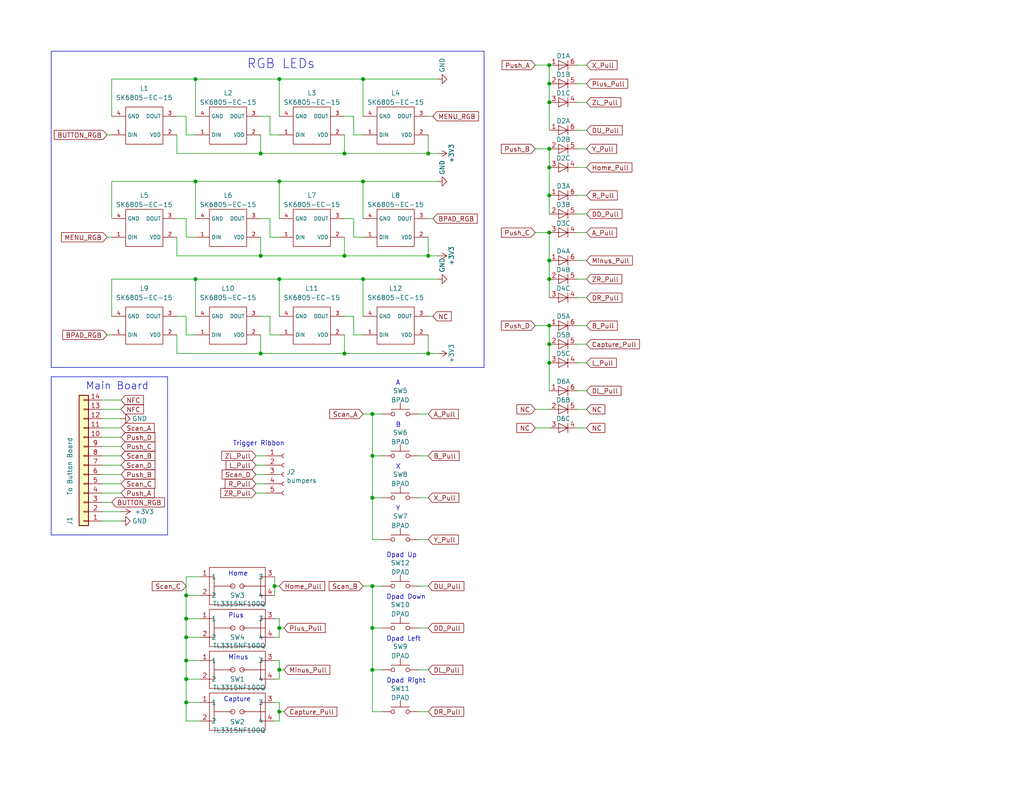
<source format=kicad_sch>
(kicad_sch (version 20230121) (generator eeschema)
  (paper "A")
  (title_block (title "ProGCC v3 Button Board") (date "2019-12-18") (rev "0.2") (company "HHL/Esca"))
  (lib_symbols
    (symbol "Connector:Conn_01x05_Female" (pin_names (offset 1.016) hide)
      (property "Reference" "J" (at 0 7.62 0))
      (property "Value" "Conn_01x05_Female" (at 0 -7.62 0))
      (symbol "Conn_01x05_Female_1_1"
        (arc (start 0 -4.572) (mid -0.5058 -5.08) (end 0 -5.588) (stroke (width 0.1524)))
        (arc (start 0 -2.032) (mid -0.5058 -2.54) (end 0 -3.048) (stroke (width 0.1524)))
        (polyline (pts (xy -1.27 -5.08) (xy -0.508 -5.08)) (stroke (width 0.1524)))
        (polyline (pts (xy -1.27 -2.54) (xy -0.508 -2.54)) (stroke (width 0.1524)))
        (polyline (pts (xy -1.27 0) (xy -0.508 0)) (stroke (width 0.1524)))
        (polyline (pts (xy -1.27 2.54) (xy -0.508 2.54)) (stroke (width 0.1524)))
        (polyline (pts (xy -1.27 5.08) (xy -0.508 5.08)) (stroke (width 0.1524)))
        (arc (start 0 0.508) (mid -0.5058 0) (end 0 -0.508) (stroke (width 0.1524)))
        (arc (start 0 3.048) (mid -0.5058 2.54) (end 0 2.032) (stroke (width 0.1524)))
        (arc (start 0 5.588) (mid -0.5058 5.08) (end 0 4.572) (stroke (width 0.1524)))
        (pin passive line (at -5.08 5.08 0) (length 3.81) (name "Pin_1") (number "1"))
        (pin passive line (at -5.08 2.54 0) (length 3.81) (name "Pin_2") (number "2"))
        (pin passive line (at -5.08 0 0) (length 3.81) (name "Pin_3") (number "3"))
        (pin passive line (at -5.08 -2.54 0) (length 3.81) (name "Pin_4") (number "4"))
        (pin passive line (at -5.08 -5.08 0) (length 3.81) (name "Pin_5") (number "5"))
      )
    )
    (symbol "Connector_Generic:Conn_01x14" (pin_names (offset 1.016) hide)
      (property "Reference" "J" (at 0 17.78 0))
      (property "Value" "Conn_01x14" (at 0 -20.32 0))
      (symbol "Conn_01x14_1_1"
        (rectangle (start -1.27 -17.653) (end 0 -17.907) (stroke (width 0.1524)))
        (rectangle (start -1.27 -15.113) (end 0 -15.367) (stroke (width 0.1524)))
        (rectangle (start -1.27 -12.573) (end 0 -12.827) (stroke (width 0.1524)))
        (rectangle (start -1.27 -10.033) (end 0 -10.287) (stroke (width 0.1524)))
        (rectangle (start -1.27 -7.493) (end 0 -7.747) (stroke (width 0.1524)))
        (rectangle (start -1.27 -4.953) (end 0 -5.207) (stroke (width 0.1524)))
        (rectangle (start -1.27 -2.413) (end 0 -2.667) (stroke (width 0.1524)))
        (rectangle (start -1.27 0.127) (end 0 -0.127) (stroke (width 0.1524)))
        (rectangle (start -1.27 2.667) (end 0 2.413) (stroke (width 0.1524)))
        (rectangle (start -1.27 5.207) (end 0 4.953) (stroke (width 0.1524)))
        (rectangle (start -1.27 7.747) (end 0 7.493) (stroke (width 0.1524)))
        (rectangle (start -1.27 10.287) (end 0 10.033) (stroke (width 0.1524)))
        (rectangle (start -1.27 12.827) (end 0 12.573) (stroke (width 0.1524)))
        (rectangle (start -1.27 15.367) (end 0 15.113) (stroke (width 0.1524)))
        (rectangle (start -1.27 16.51) (end 1.27 -19.05) (stroke (width 0.254)) (fill (type background)))
        (pin passive line (at -5.08 15.24 0) (length 3.81) (name "Pin_1") (number "1"))
        (pin passive line (at -5.08 -7.62 0) (length 3.81) (name "Pin_10") (number "10"))
        (pin passive line (at -5.08 -10.16 0) (length 3.81) (name "Pin_11") (number "11"))
        (pin passive line (at -5.08 -12.7 0) (length 3.81) (name "Pin_12") (number "12"))
        (pin passive line (at -5.08 -15.24 0) (length 3.81) (name "Pin_13") (number "13"))
        (pin passive line (at -5.08 -17.78 0) (length 3.81) (name "Pin_14") (number "14"))
        (pin passive line (at -5.08 12.7 0) (length 3.81) (name "Pin_2") (number "2"))
        (pin passive line (at -5.08 10.16 0) (length 3.81) (name "Pin_3") (number "3"))
        (pin passive line (at -5.08 7.62 0) (length 3.81) (name "Pin_4") (number "4"))
        (pin passive line (at -5.08 5.08 0) (length 3.81) (name "Pin_5") (number "5"))
        (pin passive line (at -5.08 2.54 0) (length 3.81) (name "Pin_6") (number "6"))
        (pin passive line (at -5.08 0 0) (length 3.81) (name "Pin_7") (number "7"))
        (pin passive line (at -5.08 -2.54 0) (length 3.81) (name "Pin_8") (number "8"))
        (pin passive line (at -5.08 -5.08 0) (length 3.81) (name "Pin_9") (number "9"))
      )
    )
    (symbol "Switch:SW_Push" (pin_numbers hide) (pin_names (offset 1.016) hide)
      (property "Reference" "SW" (at 1.27 2.54 0))
      (property "Value" "SW_Push" (at 0 -1.524 0))
      (symbol "SW_Push_0_1"
        (circle (center -2.032 0) (radius 0.508))
        (polyline (pts (xy 0 1.27) (xy 0 3.048)))
        (polyline (pts (xy 2.54 1.27) (xy -2.54 1.27)))
        (circle (center 2.032 0) (radius 0.508))
        (pin passive line (at -5.08 0 0) (length 2.54) (name "1") (number "1"))
        (pin passive line (at 5.08 0 180) (length 2.54) (name "2") (number "2"))
      )
    )
    (symbol "power:+3V3" (power) (pin_names (offset 0))
      (property "Value" "+3V3" (at 0 3.556 0))
      (symbol "+3V3_0_1"
        (polyline (pts (xy -0.762 1.27) (xy 0 2.54)))
        (polyline (pts (xy 0 0) (xy 0 2.54)))
        (polyline (pts (xy 0 2.54) (xy 0.762 1.27)))
      )
      (symbol "+3V3_1_1"
        (pin power_in line (at 0 0 90) (length 0) hide (name "+3V3") (number "1"))
      )
    )
    (symbol "power:GND" (power) (pin_names (offset 0))
      (property "Value" "GND" (at 0 -3.81 0))
      (symbol "GND_0_1"
        (polyline (pts (xy 0 0) (xy 0 -1.27) (xy 1.27 -1.27) (xy 0 -2.54) (xy -1.27 -1.27) (xy 0 -1.27)))
      )
      (symbol "GND_1_1"
        (pin power_in line (at 0 0 270) (length 0) hide (name "GND") (number "1"))
      )
    )
    (symbol "progcc_v3:BAS16VY,115" (pin_names (offset 1.016) hide)
      (property "Reference" "D" (at 0 -2.54 0))
      (symbol "BAS16VY,115_0_1"
        (polyline (pts (xy -1.27 -1.27) (xy -1.27 1.27)))
        (polyline (pts (xy -1.27 0) (xy 1.27 0)))
        (polyline (pts (xy 1.27 -1.27) (xy 1.27 1.27)) (stroke (width 0.1524)))
        (polyline (pts (xy -1.27 -1.27) (xy 1.27 0) (xy -1.27 1.27)))
      )
      (symbol "BAS16VY,115_1_1"
        (pin passive line (at -3.81 0 0) (length 2.54) (name "A") (number "1"))
        (pin passive line (at 3.81 0 180) (length 2.54) (name "K") (number "6"))
      )
      (symbol "BAS16VY,115_2_1"
        (pin passive line (at -3.81 0 0) (length 2.54) (name "A") (number "2"))
        (pin passive line (at 3.81 0 180) (length 2.54) (name "K") (number "5"))
      )
      (symbol "BAS16VY,115_3_1"
        (pin passive line (at -3.81 0 0) (length 2.54) (name "A") (number "3"))
        (pin passive line (at 3.81 0 180) (length 2.54) (name "K") (number "4"))
      )
    )
    (symbol "progcc_v3:PTS540JM035SMTRLFS"
      (property "Reference" "U" (at 0 -6.35 0))
      (property "Value" "PTS540JM035SMTRLFS" (at 0 6.35 0))
      (symbol "PTS540JM035SMTRLFS_0_1"
        (rectangle (start -7.62 5.08) (end 7.62 -5.08))
        (circle (center -1.27 0) (radius 0.6087))
        (polyline (pts (xy -6.35 0) (xy -1.27 0)))
        (polyline (pts (xy 1.27 0) (xy 7.62 0)))
        (polyline (pts (xy -7.62 2.54) (xy -6.35 2.54) (xy -6.35 0) (xy -6.35 -2.54) (xy -7.62 -2.54)))
        (polyline (pts (xy 7.62 2.54) (xy 6.35 2.54) (xy 6.35 0) (xy 6.35 -2.54) (xy 7.62 -2.54)))
        (circle (center 1.27 0) (radius 0.6087))
      )
      (symbol "PTS540JM035SMTRLFS_1_1"
        (pin input line (at -10.16 2.54 0) (length 2.54) (name "1") (number "1"))
        (pin input line (at -10.16 -2.54 0) (length 2.54) (name "2") (number "2"))
        (pin input line (at 10.16 2.54 180) (length 2.54) (name "3") (number "3"))
        (pin input line (at 10.16 -2.54 180) (length 2.54) (name "4") (number "4"))
      )
    )
    (symbol "progcc_v3:SK6805-EC-15"
      (property "Reference" "L" (at 0 -7.62 0))
      (property "Value" "SK6805-EC-15" (at 0 -10.16 0))
      (symbol "SK6805-EC-15_0_0"
        (pin input line (at -8.89 -2.54 0) (length 3.81) (name "DIN") (number "1"))
        (pin power_in line (at 8.89 -2.54 180) (length 3.81) (name "VDD") (number "2"))
        (pin output line (at 8.89 2.54 180) (length 3.81) (name "DOUT") (number "3"))
        (pin power_in line (at -8.89 2.54 0) (length 3.81) (name "GND") (number "4"))
      )
      (symbol "SK6805-EC-15_0_1"
        (polyline (pts (xy -5.08 2.54) (xy -5.08 5.08) (xy 5.08 5.08) (xy 5.08 -5.08) (xy -5.08 -5.08) (xy -5.08 2.54)))
      )
    )
  )
  (junction (at 116.84 96.52))
  (junction (at 50.8 173.99))
  (junction (at 149.86 53.34))
  (junction (at 76.2 76.2))
  (junction (at 99.06 76.2))
  (junction (at 93.98 69.85))
  (junction (at 50.8 191.77))
  (junction (at 71.12 41.91))
  (junction (at 116.84 69.85))
  (junction (at 50.8 168.91))
  (junction (at 101.6 135.89))
  (junction (at 50.8 180.34))
  (junction (at 149.86 27.94))
  (junction (at 149.86 22.86))
  (junction (at 149.86 40.64))
  (junction (at 149.86 63.5))
  (junction (at 76.2 182.88))
  (junction (at 53.34 21.59))
  (junction (at 99.06 21.59))
  (junction (at 50.8 185.42))
  (junction (at 101.6 160.02))
  (junction (at 76.2 171.45))
  (junction (at 53.34 49.53))
  (junction (at 101.6 171.45))
  (junction (at 99.06 49.53))
  (junction (at 50.8 162.56))
  (junction (at 76.2 49.53))
  (junction (at 116.84 41.91))
  (junction (at 93.98 96.52))
  (junction (at 149.86 76.2))
  (junction (at 101.6 124.46))
  (junction (at 101.6 113.03))
  (junction (at 74.93 160.02))
  (junction (at 53.34 76.2))
  (junction (at 93.98 41.91))
  (junction (at 149.86 93.98))
  (junction (at 149.86 17.78))
  (junction (at 149.86 45.72))
  (junction (at 71.12 69.85))
  (junction (at 149.86 71.12))
  (junction (at 101.6 182.88))
  (junction (at 76.2 194.31))
  (junction (at 149.86 99.06))
  (junction (at 76.2 21.59))
  (junction (at 149.86 88.9))
  (junction (at 71.12 96.52))
  (wire (pts (xy 99.06 21.59) (xy 119.38 21.59)))
  (wire (pts (xy 157.48 53.34) (xy 160.02 53.34)))
  (wire (pts (xy 29.21 64.77) (xy 30.48 64.77)))
  (wire (pts (xy 74.93 196.85) (xy 76.2 196.85)))
  (wire (pts (xy 69.85 132.08) (xy 72.39 132.08)))
  (wire (pts (xy 50.8 196.85) (xy 50.8 191.77)))
  (wire (pts (xy 50.8 64.77) (xy 53.34 64.77)))
  (wire (pts (xy 116.84 96.52) (xy 93.98 96.52)))
  (wire (pts (xy 101.6 160.02) (xy 104.14 160.02)))
  (wire (pts (xy 157.48 40.64) (xy 160.02 40.64)))
  (wire (pts (xy 149.86 27.94) (xy 149.86 22.86)))
  (wire (pts (xy 30.48 59.69) (xy 30.48 49.53)))
  (wire (pts (xy 114.3 194.31) (xy 116.84 194.31)))
  (wire (pts (xy 93.98 69.85) (xy 93.98 64.77)))
  (wire (pts (xy 101.6 194.31) (xy 101.6 182.88)))
  (wire (pts (xy 114.3 182.88) (xy 116.84 182.88)))
  (wire (pts (xy 149.86 22.86) (xy 149.86 17.78)))
  (wire (pts (xy 71.12 96.52) (xy 48.26 96.52)))
  (wire (pts (xy 29.21 36.83) (xy 30.48 36.83)))
  (wire (pts (xy 93.98 41.91) (xy 71.12 41.91)))
  (wire (pts (xy 93.98 86.36) (xy 96.52 86.36)))
  (wire (pts (xy 76.2 21.59) (xy 76.2 31.75)))
  (wire (pts (xy 104.14 182.88) (xy 101.6 182.88)))
  (wire (pts (xy 157.48 45.72) (xy 160.02 45.72)))
  (wire (pts (xy 48.26 86.36) (xy 50.8 86.36)))
  (polyline (pts (xy 45.72 102.87) (xy 45.72 146.05)))
  (wire (pts (xy 99.06 113.03) (xy 101.6 113.03)))
  (wire (pts (xy 114.3 135.89) (xy 116.84 135.89)))
  (wire (pts (xy 50.8 31.75) (xy 50.8 36.83)))
  (wire (pts (xy 114.3 171.45) (xy 116.84 171.45)))
  (wire (pts (xy 116.84 59.69) (xy 118.11 59.69)))
  (wire (pts (xy 33.02 129.54) (xy 27.94 129.54)))
  (wire (pts (xy 149.86 63.5) (xy 146.05 63.5)))
  (wire (pts (xy 50.8 86.36) (xy 50.8 91.44)))
  (wire (pts (xy 114.3 113.03) (xy 116.84 113.03)))
  (wire (pts (xy 157.48 63.5) (xy 160.02 63.5)))
  (wire (pts (xy 71.12 86.36) (xy 73.66 86.36)))
  (wire (pts (xy 96.52 59.69) (xy 96.52 64.77)))
  (wire (pts (xy 157.48 76.2) (xy 160.02 76.2)))
  (wire (pts (xy 50.8 59.69) (xy 50.8 64.77)))
  (wire (pts (xy 54.61 185.42) (xy 50.8 185.42)))
  (wire (pts (xy 149.86 76.2) (xy 149.86 71.12)))
  (wire (pts (xy 157.48 27.94) (xy 160.02 27.94)))
  (wire (pts (xy 146.05 111.76) (xy 149.86 111.76)))
  (wire (pts (xy 101.6 113.03) (xy 104.14 113.03)))
  (wire (pts (xy 71.12 69.85) (xy 48.26 69.85)))
  (wire (pts (xy 33.02 119.38) (xy 27.94 119.38)))
  (wire (pts (xy 116.84 86.36) (xy 118.11 86.36)))
  (wire (pts (xy 30.48 137.16) (xy 27.94 137.16)))
  (wire (pts (xy 149.86 35.56) (xy 149.86 27.94)))
  (wire (pts (xy 69.85 129.54) (xy 72.39 129.54)))
  (wire (pts (xy 76.2 196.85) (xy 76.2 194.31)))
  (wire (pts (xy 50.8 173.99) (xy 50.8 168.91)))
  (wire (pts (xy 93.98 59.69) (xy 96.52 59.69)))
  (wire (pts (xy 157.48 106.68) (xy 160.02 106.68)))
  (wire (pts (xy 93.98 41.91) (xy 93.98 36.83)))
  (wire (pts (xy 54.61 173.99) (xy 50.8 173.99)))
  (wire (pts (xy 157.48 22.86) (xy 160.02 22.86)))
  (wire (pts (xy 101.6 124.46) (xy 101.6 113.03)))
  (wire (pts (xy 101.6 182.88) (xy 101.6 171.45)))
  (wire (pts (xy 157.48 71.12) (xy 160.02 71.12)))
  (wire (pts (xy 30.48 86.36) (xy 30.48 76.2)))
  (wire (pts (xy 50.8 168.91) (xy 50.8 162.56)))
  (wire (pts (xy 104.14 171.45) (xy 101.6 171.45)))
  (wire (pts (xy 74.93 185.42) (xy 76.2 185.42)))
  (wire (pts (xy 74.93 160.02) (xy 74.93 157.48)))
  (wire (pts (xy 146.05 88.9) (xy 149.86 88.9)))
  (wire (pts (xy 71.12 69.85) (xy 71.12 64.77)))
  (wire (pts (xy 48.26 69.85) (xy 48.26 64.77)))
  (wire (pts (xy 99.06 76.2) (xy 119.38 76.2)))
  (wire (pts (xy 74.93 191.77) (xy 76.2 191.77)))
  (wire (pts (xy 157.48 81.28) (xy 160.02 81.28)))
  (wire (pts (xy 53.34 49.53) (xy 53.34 59.69)))
  (wire (pts (xy 71.12 31.75) (xy 73.66 31.75)))
  (wire (pts (xy 76.2 182.88) (xy 77.47 182.88)))
  (wire (pts (xy 71.12 41.91) (xy 71.12 36.83)))
  (wire (pts (xy 54.61 168.91) (xy 50.8 168.91)))
  (wire (pts (xy 53.34 76.2) (xy 76.2 76.2)))
  (wire (pts (xy 96.52 36.83) (xy 99.06 36.83)))
  (polyline (pts (xy 13.97 13.97) (xy 13.97 100.33)))
  (wire (pts (xy 30.48 49.53) (xy 53.34 49.53)))
  (wire (pts (xy 73.66 31.75) (xy 73.66 36.83)))
  (wire (pts (xy 50.8 36.83) (xy 53.34 36.83)))
  (polyline (pts (xy 132.08 13.97) (xy 132.08 100.33)))
  (wire (pts (xy 99.06 21.59) (xy 99.06 31.75)))
  (wire (pts (xy 96.52 91.44) (xy 99.06 91.44)))
  (wire (pts (xy 71.12 96.52) (xy 71.12 91.44)))
  (wire (pts (xy 101.6 147.32) (xy 101.6 135.89)))
  (wire (pts (xy 76.2 76.2) (xy 76.2 86.36)))
  (wire (pts (xy 54.61 180.34) (xy 50.8 180.34)))
  (wire (pts (xy 149.86 99.06) (xy 149.86 106.68)))
  (wire (pts (xy 149.86 40.64) (xy 146.05 40.64)))
  (wire (pts (xy 30.48 31.75) (xy 30.48 21.59)))
  (wire (pts (xy 99.06 160.02) (xy 101.6 160.02)))
  (wire (pts (xy 157.48 99.06) (xy 160.02 99.06)))
  (wire (pts (xy 101.6 171.45) (xy 101.6 160.02)))
  (wire (pts (xy 157.48 93.98) (xy 160.02 93.98)))
  (wire (pts (xy 53.34 21.59) (xy 53.34 31.75)))
  (wire (pts (xy 30.48 76.2) (xy 53.34 76.2)))
  (wire (pts (xy 104.14 194.31) (xy 101.6 194.31)))
  (wire (pts (xy 157.48 35.56) (xy 160.02 35.56)))
  (wire (pts (xy 69.85 134.62) (xy 72.39 134.62)))
  (wire (pts (xy 116.84 69.85) (xy 116.84 64.77)))
  (wire (pts (xy 71.12 59.69) (xy 73.66 59.69)))
  (wire (pts (xy 53.34 49.53) (xy 76.2 49.53)))
  (wire (pts (xy 27.94 142.24) (xy 33.02 142.24)))
  (wire (pts (xy 119.38 96.52) (xy 116.84 96.52)))
  (wire (pts (xy 76.2 171.45) (xy 77.47 171.45)))
  (wire (pts (xy 33.02 114.3) (xy 27.94 114.3)))
  (polyline (pts (xy 45.72 146.05) (xy 13.97 146.05)))
  (wire (pts (xy 76.2 173.99) (xy 76.2 171.45)))
  (wire (pts (xy 116.84 96.52) (xy 116.84 91.44)))
  (wire (pts (xy 93.98 96.52) (xy 93.98 91.44)))
  (wire (pts (xy 76.2 191.77) (xy 76.2 194.31)))
  (wire (pts (xy 116.84 41.91) (xy 116.84 36.83)))
  (wire (pts (xy 149.86 53.34) (xy 149.86 45.72)))
  (wire (pts (xy 50.8 157.48) (xy 50.8 162.56)))
  (wire (pts (xy 50.8 91.44) (xy 53.34 91.44)))
  (wire (pts (xy 69.85 127) (xy 72.39 127)))
  (wire (pts (xy 99.06 76.2) (xy 99.06 86.36)))
  (wire (pts (xy 74.93 168.91) (xy 76.2 168.91)))
  (wire (pts (xy 119.38 41.91) (xy 116.84 41.91)))
  (wire (pts (xy 149.86 58.42) (xy 149.86 53.34)))
  (wire (pts (xy 96.52 64.77) (xy 99.06 64.77)))
  (wire (pts (xy 93.98 96.52) (xy 71.12 96.52)))
  (wire (pts (xy 73.66 64.77) (xy 76.2 64.77)))
  (wire (pts (xy 54.61 157.48) (xy 50.8 157.48)))
  (wire (pts (xy 54.61 196.85) (xy 50.8 196.85)))
  (wire (pts (xy 73.66 59.69) (xy 73.66 64.77)))
  (wire (pts (xy 114.3 147.32) (xy 116.84 147.32)))
  (wire (pts (xy 96.52 31.75) (xy 96.52 36.83)))
  (wire (pts (xy 74.93 173.99) (xy 76.2 173.99)))
  (wire (pts (xy 149.86 88.9) (xy 149.86 93.98)))
  (wire (pts (xy 101.6 124.46) (xy 104.14 124.46)))
  (wire (pts (xy 99.06 49.53) (xy 119.38 49.53)))
  (wire (pts (xy 157.48 88.9) (xy 160.02 88.9)))
  (wire (pts (xy 27.94 139.7) (xy 33.02 139.7)))
  (wire (pts (xy 50.8 185.42) (xy 50.8 180.34)))
  (wire (pts (xy 76.2 185.42) (xy 76.2 182.88)))
  (polyline (pts (xy 13.97 13.97) (xy 132.08 13.97)))
  (wire (pts (xy 33.02 127) (xy 27.94 127)))
  (wire (pts (xy 101.6 135.89) (xy 101.6 124.46)))
  (wire (pts (xy 50.8 191.77) (xy 50.8 185.42)))
  (wire (pts (xy 116.84 69.85) (xy 93.98 69.85)))
  (wire (pts (xy 53.34 21.59) (xy 76.2 21.59)))
  (wire (pts (xy 48.26 41.91) (xy 48.26 36.83)))
  (wire (pts (xy 149.86 45.72) (xy 149.86 40.64)))
  (wire (pts (xy 54.61 191.77) (xy 50.8 191.77)))
  (wire (pts (xy 157.48 17.78) (xy 160.02 17.78)))
  (polyline (pts (xy 13.97 102.87) (xy 13.97 146.05)))
  (wire (pts (xy 33.02 132.08) (xy 27.94 132.08)))
  (wire (pts (xy 53.34 76.2) (xy 53.34 86.36)))
  (wire (pts (xy 157.48 111.76) (xy 160.02 111.76)))
  (wire (pts (xy 116.84 41.91) (xy 93.98 41.91)))
  (wire (pts (xy 99.06 49.53) (xy 99.06 59.69)))
  (wire (pts (xy 30.48 21.59) (xy 53.34 21.59)))
  (wire (pts (xy 96.52 86.36) (xy 96.52 91.44)))
  (wire (pts (xy 74.93 160.02) (xy 74.93 162.56)))
  (wire (pts (xy 33.02 109.22) (xy 27.94 109.22)))
  (wire (pts (xy 116.84 31.75) (xy 118.11 31.75)))
  (wire (pts (xy 93.98 69.85) (xy 71.12 69.85)))
  (wire (pts (xy 149.86 93.98) (xy 149.86 99.06)))
  (wire (pts (xy 101.6 135.89) (xy 104.14 135.89)))
  (wire (pts (xy 76.2 194.31) (xy 77.47 194.31)))
  (wire (pts (xy 149.86 17.78) (xy 146.05 17.78)))
  (wire (pts (xy 73.66 91.44) (xy 76.2 91.44)))
  (polyline (pts (xy 132.08 100.33) (xy 13.97 100.33)))
  (wire (pts (xy 146.05 116.84) (xy 149.86 116.84)))
  (wire (pts (xy 54.61 162.56) (xy 50.8 162.56)))
  (wire (pts (xy 50.8 180.34) (xy 50.8 173.99)))
  (wire (pts (xy 48.26 96.52) (xy 48.26 91.44)))
  (wire (pts (xy 157.48 116.84) (xy 160.02 116.84)))
  (wire (pts (xy 73.66 36.83) (xy 76.2 36.83)))
  (wire (pts (xy 149.86 81.28) (xy 149.86 76.2)))
  (wire (pts (xy 33.02 116.84) (xy 27.94 116.84)))
  (wire (pts (xy 29.21 91.44) (xy 30.48 91.44)))
  (wire (pts (xy 48.26 31.75) (xy 50.8 31.75)))
  (wire (pts (xy 157.48 58.42) (xy 160.02 58.42)))
  (wire (pts (xy 74.93 180.34) (xy 76.2 180.34)))
  (wire (pts (xy 114.3 124.46) (xy 116.84 124.46)))
  (wire (pts (xy 48.26 59.69) (xy 50.8 59.69)))
  (wire (pts (xy 69.85 124.46) (xy 72.39 124.46)))
  (polyline (pts (xy 13.97 102.87) (xy 45.72 102.87)))
  (wire (pts (xy 149.86 71.12) (xy 149.86 63.5)))
  (wire (pts (xy 76.2 168.91) (xy 76.2 171.45)))
  (wire (pts (xy 73.66 86.36) (xy 73.66 91.44)))
  (wire (pts (xy 71.12 41.91) (xy 48.26 41.91)))
  (wire (pts (xy 76.2 76.2) (xy 99.06 76.2)))
  (wire (pts (xy 76.2 49.53) (xy 99.06 49.53)))
  (wire (pts (xy 104.14 147.32) (xy 101.6 147.32)))
  (wire (pts (xy 76.2 21.59) (xy 99.06 21.59)))
  (wire (pts (xy 76.2 180.34) (xy 76.2 182.88)))
  (wire (pts (xy 114.3 160.02) (xy 116.84 160.02)))
  (wire (pts (xy 93.98 31.75) (xy 96.52 31.75)))
  (wire (pts (xy 33.02 124.46) (xy 27.94 124.46)))
  (wire (pts (xy 33.02 121.92) (xy 27.94 121.92)))
  (wire (pts (xy 119.38 69.85) (xy 116.84 69.85)))
  (wire (pts (xy 33.02 134.62) (xy 27.94 134.62)))
  (wire (pts (xy 76.2 160.02) (xy 74.93 160.02)))
  (wire (pts (xy 33.02 111.76) (xy 27.94 111.76)))
  (wire (pts (xy 76.2 49.53) (xy 76.2 59.69)))
  (text "Plus" (at 62.23 168.91 0) (effects (font (size 1.27 1.27)) (justify left bottom)))
  (text "Capture" (at 60.96 191.77 0) (effects (font (size 1.27 1.27)) (justify left bottom)))
  (text "X" (at 107.95 128.27 0) (effects (font (size 1.27 1.27)) (justify left bottom)))
  (text "Dpad Right" (at 105.41 186.69 0) (effects (font (size 1.27 1.27)) (justify left bottom)))
  (text "Main Board\n" (at 40.64 106.68 0) (effects (font (size 2.0066 2.0066)) (justify right bottom)))
  (text "Dpad Up" (at 105.41 152.4 0) (effects (font (size 1.27 1.27)) (justify left bottom)))
  (text "B" (at 107.95 116.84 0) (effects (font (size 1.27 1.27)) (justify left bottom)))
  (text "Dpad Down" (at 105.41 163.83 0) (effects (font (size 1.27 1.27)) (justify left bottom)))
  (text "Trigger Ribbon" (at 63.5 121.92 0) (effects (font (size 1.27 1.27)) (justify left bottom)))
  (text "Y" (at 107.95 139.7 0) (effects (font (size 1.27 1.27)) (justify left bottom)))
  (text "Dpad Left" (at 105.41 175.26 0) (effects (font (size 1.27 1.27)) (justify left bottom)))
  (text "Home" (at 62.23 157.48 0) (effects (font (size 1.27 1.27)) (justify left bottom)))
  (text "A" (at 107.95 105.41 0) (effects (font (size 1.27 1.27)) (justify left bottom)))
  (text "Minus" (at 62.23 180.34 0) (effects (font (size 1.27 1.27)) (justify left bottom)))
  (text "RGB LEDs" (at 67.31 19.05 0) (effects (font (size 2.54 2.54)) (justify left bottom)))
  (global_label "Scan_A" (shape input) (at 99.06 113.03 180) (property "Intersheetrefs" "${INTERSHEET_REFS}" (effects hide)))
  (global_label "X_Pull" (shape input) (at 116.84 135.89 0) (property "Intersheetrefs" "${INTERSHEET_REFS}" (effects hide)))
  (global_label "B_Pull" (shape input) (at 116.84 124.46 0) (property "Intersheetrefs" "${INTERSHEET_REFS}" (effects hide)))
  (global_label "Y_Pull" (shape input) (at 160.02 40.64 0) (property "Intersheetrefs" "${INTERSHEET_REFS}" (effects hide)))
  (global_label "Plus_Pull" (shape input) (at 160.02 22.86 0) (property "Intersheetrefs" "${INTERSHEET_REFS}" (effects hide)))
  (global_label "Minus_Pull" (shape input) (at 160.02 71.12 0) (property "Intersheetrefs" "${INTERSHEET_REFS}" (effects hide)))
  (global_label "NFC" (shape input) (at 33.02 109.22 0) (property "Intersheetrefs" "${INTERSHEET_REFS}" (effects hide)))
  (global_label "NC" (shape input) (at 160.02 116.84 0) (property "Intersheetrefs" "${INTERSHEET_REFS}" (effects hide)))
  (global_label "Push_D" (shape input) (at 146.05 88.9 180) (property "Intersheetrefs" "${INTERSHEET_REFS}" (effects hide)))
  (global_label "ZR_Pull" (shape input) (at 69.85 134.62 180) (property "Intersheetrefs" "${INTERSHEET_REFS}" (effects hide)))
  (global_label "Scan_D" (shape input) (at 33.02 127 0) (property "Intersheetrefs" "${INTERSHEET_REFS}" (effects hide)))
  (global_label "NFC" (shape input) (at 33.02 111.76 0) (property "Intersheetrefs" "${INTERSHEET_REFS}" (effects hide)))
  (global_label "BPAD_RGB" (shape input) (at 29.21 91.44 180) (property "Intersheetrefs" "${INTERSHEET_REFS}" (effects hide)))
  (global_label "MENU_RGB" (shape input) (at 118.11 31.75 0) (property "Intersheetrefs" "${INTERSHEET_REFS}" (effects hide)))
  (global_label "Home_Pull" (shape input) (at 76.2 160.02 0) (property "Intersheetrefs" "${INTERSHEET_REFS}" (effects hide)))
  (global_label "DD_Pull" (shape input) (at 116.84 171.45 0) (property "Intersheetrefs" "${INTERSHEET_REFS}" (effects hide)))
  (global_label "A_Pull" (shape input) (at 160.02 63.5 0) (property "Intersheetrefs" "${INTERSHEET_REFS}" (effects hide)))
  (global_label "DL_Pull" (shape input) (at 116.84 182.88 0) (property "Intersheetrefs" "${INTERSHEET_REFS}" (effects hide)))
  (global_label "B_Pull" (shape input) (at 160.02 88.9 0) (property "Intersheetrefs" "${INTERSHEET_REFS}" (effects hide)))
  (global_label "R_Pull" (shape input) (at 69.85 132.08 180) (property "Intersheetrefs" "${INTERSHEET_REFS}" (effects hide)))
  (global_label "Home_Pull" (shape input) (at 160.02 45.72 0) (property "Intersheetrefs" "${INTERSHEET_REFS}" (effects hide)))
  (global_label "DU_Pull" (shape input) (at 116.84 160.02 0) (property "Intersheetrefs" "${INTERSHEET_REFS}" (effects hide)))
  (global_label "Push_C" (shape input) (at 146.05 63.5 180) (property "Intersheetrefs" "${INTERSHEET_REFS}" (effects hide)))
  (global_label "Push_B" (shape input) (at 33.02 129.54 0) (property "Intersheetrefs" "${INTERSHEET_REFS}" (effects hide)))
  (global_label "Plus_Pull" (shape input) (at 77.47 171.45 0) (property "Intersheetrefs" "${INTERSHEET_REFS}" (effects hide)))
  (global_label "ZR_Pull" (shape input) (at 160.02 76.2 0) (property "Intersheetrefs" "${INTERSHEET_REFS}" (effects hide)))
  (global_label "L_Pull" (shape input) (at 160.02 99.06 0) (property "Intersheetrefs" "${INTERSHEET_REFS}" (effects hide)))
  (global_label "DD_Pull" (shape input) (at 160.02 58.42 0) (property "Intersheetrefs" "${INTERSHEET_REFS}" (effects hide)))
  (global_label "NC" (shape input) (at 118.11 86.36 0) (property "Intersheetrefs" "${INTERSHEET_REFS}" (effects hide)))
  (global_label "DR_Pull" (shape input) (at 116.84 194.31 0) (property "Intersheetrefs" "${INTERSHEET_REFS}" (effects hide)))
  (global_label "Scan_C" (shape input) (at 50.8 160.02 180) (property "Intersheetrefs" "${INTERSHEET_REFS}" (effects hide)))
  (global_label "ZL_Pull" (shape input) (at 69.85 124.46 180) (property "Intersheetrefs" "${INTERSHEET_REFS}" (effects hide)))
  (global_label "Scan_D" (shape input) (at 69.85 129.54 180) (property "Intersheetrefs" "${INTERSHEET_REFS}" (effects hide)))
  (global_label "R_Pull" (shape input) (at 160.02 53.34 0) (property "Intersheetrefs" "${INTERSHEET_REFS}" (effects hide)))
  (global_label "A_Pull" (shape input) (at 116.84 113.03 0) (property "Intersheetrefs" "${INTERSHEET_REFS}" (effects hide)))
  (global_label "NC" (shape input) (at 146.05 116.84 180) (property "Intersheetrefs" "${INTERSHEET_REFS}" (effects hide)))
  (global_label "BUTTON_RGB" (shape input) (at 30.48 137.16 0) (property "Intersheetrefs" "${INTERSHEET_REFS}" (effects hide)))
  (global_label "DU_Pull" (shape input) (at 160.02 35.56 0) (property "Intersheetrefs" "${INTERSHEET_REFS}" (effects hide)))
  (global_label "Capture_Pull" (shape input) (at 160.02 93.98 0) (property "Intersheetrefs" "${INTERSHEET_REFS}" (effects hide)))
  (global_label "ZL_Pull" (shape input) (at 160.02 27.94 0) (property "Intersheetrefs" "${INTERSHEET_REFS}" (effects hide)))
  (global_label "Capture_Pull" (shape input) (at 77.47 194.31 0) (property "Intersheetrefs" "${INTERSHEET_REFS}" (effects hide)))
  (global_label "Minus_Pull" (shape input) (at 77.47 182.88 0) (property "Intersheetrefs" "${INTERSHEET_REFS}" (effects hide)))
  (global_label "L_Pull" (shape input) (at 69.85 127 180) (property "Intersheetrefs" "${INTERSHEET_REFS}" (effects hide)))
  (global_label "Push_A" (shape input) (at 33.02 134.62 0) (property "Intersheetrefs" "${INTERSHEET_REFS}" (effects hide)))
  (global_label "DR_Pull" (shape input) (at 160.02 81.28 0) (property "Intersheetrefs" "${INTERSHEET_REFS}" (effects hide)))
  (global_label "BPAD_RGB" (shape input) (at 118.11 59.69 0) (property "Intersheetrefs" "${INTERSHEET_REFS}" (effects hide)))
  (global_label "Y_Pull" (shape input) (at 116.84 147.32 0) (property "Intersheetrefs" "${INTERSHEET_REFS}" (effects hide)))
  (global_label "Scan_B" (shape input) (at 33.02 124.46 0) (property "Intersheetrefs" "${INTERSHEET_REFS}" (effects hide)))
  (global_label "Scan_C" (shape input) (at 33.02 132.08 0) (property "Intersheetrefs" "${INTERSHEET_REFS}" (effects hide)))
  (global_label "X_Pull" (shape input) (at 160.02 17.78 0) (property "Intersheetrefs" "${INTERSHEET_REFS}" (effects hide)))
  (global_label "Scan_B" (shape input) (at 99.06 160.02 180) (property "Intersheetrefs" "${INTERSHEET_REFS}" (effects hide)))
  (global_label "Push_A" (shape input) (at 146.05 17.78 180) (property "Intersheetrefs" "${INTERSHEET_REFS}" (effects hide)))
  (global_label "Push_D" (shape input) (at 33.02 119.38 0) (property "Intersheetrefs" "${INTERSHEET_REFS}" (effects hide)))
  (global_label "MENU_RGB" (shape input) (at 29.21 64.77 180) (property "Intersheetrefs" "${INTERSHEET_REFS}" (effects hide)))
  (global_label "DL_Pull" (shape input) (at 160.02 106.68 0) (property "Intersheetrefs" "${INTERSHEET_REFS}" (effects hide)))
  (global_label "NC" (shape input) (at 160.02 111.76 0) (property "Intersheetrefs" "${INTERSHEET_REFS}" (effects hide)))
  (global_label "NC" (shape input) (at 146.05 111.76 180) (property "Intersheetrefs" "${INTERSHEET_REFS}" (effects hide)))
  (global_label "Push_B" (shape input) (at 146.05 40.64 180) (property "Intersheetrefs" "${INTERSHEET_REFS}" (effects hide)))
  (global_label "BUTTON_RGB" (shape input) (at 29.21 36.83 180) (property "Intersheetrefs" "${INTERSHEET_REFS}" (effects hide)))
  (global_label "Push_C" (shape input) (at 33.02 121.92 0) (property "Intersheetrefs" "${INTERSHEET_REFS}" (effects hide)))
  (global_label "Scan_A" (shape input) (at 33.02 116.84 0) (property "Intersheetrefs" "${INTERSHEET_REFS}" (effects hide)))
  (symbol (lib_id "progcc_v3:PTS540JM035SMTRLFS") (at 64.77 171.45 0) (unit 1)
    (property "Reference" "SW4" (at 64.77 173.99 0))
    (property "Value" " TL3315NF100Q" (at 64.77 176.3014 0))
    (property "Footprint" "hhl:PTS540JM035SMTRLFS" (effects hide))
    (property "Datasheet" "https://www.ckswitches.com/media/1470/pts540.pdf" (effects hide))
    (property "Digikey" "https://www.digikey.com/product-detail/en/e-switch/TL3315NF100Q/EG4620CT-ND/1870400" (effects hide))
    (property "MPN" "PTS540JM035SMTRLFS" (effects hide))
  )
  (symbol (lib_id "progcc_v3:PTS540JM035SMTRLFS") (at 64.77 194.31 0) (unit 1)
    (property "Reference" "SW2" (at 64.77 197.0786 0))
    (property "Value" " TL3315NF100Q" (at 64.77 199.39 0))
    (property "Footprint" "hhl:PTS540JM035SMTRLFS" (effects hide))
    (property "Datasheet" "https://www.ckswitches.com/media/1470/pts540.pdf" (effects hide))
    (property "Digikey" "https://www.digikey.com/product-detail/en/e-switch/TL3315NF100Q/EG4620CT-ND/1870400" (effects hide))
    (property "MPN" "PTS540JM035SMTRLFS" (effects hide))
  )
  (symbol (lib_id "progcc_v3:SK6805-EC-15") (at 39.37 88.9 0) (unit 1)
    (property "Reference" "L9" (at 39.37 78.74 0))
    (property "Value" "SK6805-EC-15" (at 39.37 81.28 0))
    (property "Footprint" "hhl:SK6805-EC-15" (effects hide))
    (property "Datasheet" "${KIPRJMOD}/../progcc_v3_libs/docs/SK6805-EC-15.pdf" (effects hide))
  )
  (symbol (lib_id "power:GND") (at 33.02 142.24 90) (unit 1)
    (property "Reference" "#PWR03" (effects hide))
    (property "Value" "GND" (at 38.1 142.24 90))
  )
  (symbol (lib_id "Connector:Conn_01x05_Female") (at 77.47 129.54 0) (unit 1)
    (property "Reference" "J2" (at 78.1812 128.8796 0) (effects (justify left)))
    (property "Value" "bumpers" (at 78.1812 131.191 0) (effects (justify left)))
    (property "Footprint" "progcc_v3:molex_5034800540" (effects hide))
    (property "Digikey" "https://www.digikey.com/product-detail/en/molex/5051100592/WM12361TR-ND/5700453" (effects hide))
    (property "MPN" "molex_5034800540" (effects hide))
  )
  (symbol (lib_id "progcc_v3:BAS16VY,115") (at 153.67 111.76 0) (unit 2)
    (property "Reference" "D6" (at 153.7081 109.22 0))
    (property "Value" "BAS16VY,115" (effects hide))
    (property "Footprint" "Package_TO_SOT_SMD:SOT-363_SC-70-6" (effects hide))
    (property "Datasheet" "${KIPRJMOD}/../progcc_v3_libs/docs/BAS16_SER.pdf" (effects hide))
  )
  (symbol (lib_id "progcc_v3:BAS16VY,115") (at 153.67 106.68 0) (unit 1)
    (property "Reference" "D6" (at 153.7081 104.14 0))
    (property "Value" "BAS16VY,115" (effects hide))
    (property "Footprint" "Package_TO_SOT_SMD:SOT-363_SC-70-6" (effects hide))
    (property "Datasheet" "${KIPRJMOD}/../progcc_v3_libs/docs/BAS16_SER.pdf" (effects hide))
  )
  (symbol (lib_id "progcc_v3:BAS16VY,115") (at 153.67 27.94 0) (unit 3)
    (property "Reference" "D1" (at 153.7081 25.4 0))
    (property "Value" "BAS16VY,115" (effects hide))
    (property "Footprint" "Package_TO_SOT_SMD:SOT-363_SC-70-6" (effects hide))
    (property "Datasheet" "${KIPRJMOD}/../progcc_v3_libs/docs/BAS16_SER.pdf" (effects hide))
  )
  (symbol (lib_id "power:+3V3") (at 119.38 69.85 270) (unit 1)
    (property "Reference" "#PWR08" (effects hide))
    (property "Value" "+3V3" (at 123.19 69.85 0))
  )
  (symbol (lib_id "progcc_v3:BAS16VY,115") (at 153.67 58.42 0) (unit 2)
    (property "Reference" "D3" (at 153.7081 55.88 0))
    (property "Value" "BAS16VY,115" (effects hide))
    (property "Footprint" "Package_TO_SOT_SMD:SOT-363_SC-70-6" (effects hide))
    (property "Datasheet" "${KIPRJMOD}/../progcc_v3_libs/docs/BAS16_SER.pdf" (effects hide))
  )
  (symbol (lib_id "Switch:SW_Push") (at 109.22 124.46 0) (unit 1)
    (property "Reference" "SW6" (at 109.22 118.11 0))
    (property "Value" "BPAD" (at 109.22 120.65 0))
    (property "Footprint" "progcc_v3:progcc_bpad" (effects hide))
  )
  (symbol (lib_id "progcc_v3:SK6805-EC-15") (at 62.23 88.9 0) (unit 1)
    (property "Reference" "L10" (at 62.23 78.74 0))
    (property "Value" "SK6805-EC-15" (at 62.23 81.28 0))
    (property "Footprint" "hhl:SK6805-EC-15" (effects hide))
    (property "Datasheet" "${KIPRJMOD}/../progcc_v3_libs/docs/SK6805-EC-15.pdf" (effects hide))
  )
  (symbol (lib_id "progcc_v3:SK6805-EC-15") (at 62.23 34.29 0) (unit 1)
    (property "Reference" "L2" (at 62.23 25.4 0))
    (property "Value" "SK6805-EC-15" (at 62.23 27.94 0))
    (property "Footprint" "hhl:SK6805-EC-15" (effects hide))
    (property "Datasheet" "${KIPRJMOD}/../progcc_v3_libs/docs/SK6805-EC-15.pdf" (effects hide))
  )
  (symbol (lib_id "Switch:SW_Push") (at 109.22 113.03 0) (unit 1)
    (property "Reference" "SW5" (at 109.22 106.68 0))
    (property "Value" "BPAD" (at 109.22 109.22 0))
    (property "Footprint" "progcc_v3:progcc_bpad" (effects hide))
  )
  (symbol (lib_id "progcc_v3:BAS16VY,115") (at 153.67 35.56 0) (unit 1)
    (property "Reference" "D2" (at 153.7081 33.02 0))
    (property "Value" "BAS16VY,115" (effects hide))
    (property "Footprint" "Package_TO_SOT_SMD:SOT-363_SC-70-6" (effects hide))
    (property "Datasheet" "${KIPRJMOD}/../progcc_v3_libs/docs/BAS16_SER.pdf" (effects hide))
  )
  (symbol (lib_id "progcc_v3:BAS16VY,115") (at 153.67 63.5 0) (unit 3)
    (property "Reference" "D3" (at 153.7081 60.96 0))
    (property "Value" "BAS16VY,115" (effects hide))
    (property "Footprint" "Package_TO_SOT_SMD:SOT-363_SC-70-6" (effects hide))
    (property "Datasheet" "${KIPRJMOD}/../progcc_v3_libs/docs/BAS16_SER.pdf" (effects hide))
  )
  (symbol (lib_id "progcc_v3:BAS16VY,115") (at 153.67 71.12 0) (unit 1)
    (property "Reference" "D4" (at 153.7081 68.58 0))
    (property "Value" "BAS16VY,115" (effects hide))
    (property "Footprint" "Package_TO_SOT_SMD:SOT-363_SC-70-6" (effects hide))
    (property "Datasheet" "${KIPRJMOD}/../progcc_v3_libs/docs/BAS16_SER.pdf" (effects hide))
  )
  (symbol (lib_id "progcc_v3:BAS16VY,115") (at 153.67 81.28 0) (unit 3)
    (property "Reference" "D4" (at 153.7081 78.74 0))
    (property "Value" "BAS16VY,115" (effects hide))
    (property "Footprint" "Package_TO_SOT_SMD:SOT-363_SC-70-6" (effects hide))
    (property "Datasheet" "${KIPRJMOD}/../progcc_v3_libs/docs/BAS16_SER.pdf" (effects hide))
  )
  (symbol (lib_id "progcc_v3:BAS16VY,115") (at 153.67 40.64 0) (unit 2)
    (property "Reference" "D2" (at 153.7081 38.1 0))
    (property "Value" "BAS16VY,115" (effects hide))
    (property "Footprint" "Package_TO_SOT_SMD:SOT-363_SC-70-6" (effects hide))
    (property "Datasheet" "${KIPRJMOD}/../progcc_v3_libs/docs/BAS16_SER.pdf" (effects hide))
  )
  (symbol (lib_id "power:GND") (at 119.38 49.53 90) (unit 1)
    (property "Reference" "#PWR07" (effects hide))
    (property "Value" "GND" (at 120.65 45.72 0))
  )
  (symbol (lib_id "progcc_v3:SK6805-EC-15") (at 85.09 88.9 0) (unit 1)
    (property "Reference" "L11" (at 85.09 78.74 0))
    (property "Value" "SK6805-EC-15" (at 85.09 81.28 0))
    (property "Footprint" "hhl:SK6805-EC-15" (effects hide))
    (property "Datasheet" "${KIPRJMOD}/../progcc_v3_libs/docs/SK6805-EC-15.pdf" (effects hide))
  )
  (symbol (lib_id "progcc_v3:BAS16VY,115") (at 153.67 22.86 0) (unit 2)
    (property "Reference" "D1" (at 153.7081 20.32 0))
    (property "Value" "BAS16VY,115" (effects hide))
    (property "Footprint" "Package_TO_SOT_SMD:SOT-363_SC-70-6" (effects hide))
    (property "Datasheet" "${KIPRJMOD}/../progcc_v3_libs/docs/BAS16_SER.pdf" (effects hide))
  )
  (symbol (lib_id "power:GND") (at 119.38 76.2 90) (unit 1)
    (property "Reference" "#PWR09" (effects hide))
    (property "Value" "GND" (at 120.65 72.39 0))
  )
  (symbol (lib_id "progcc_v3:PTS540JM035SMTRLFS") (at 64.77 182.88 0) (unit 1)
    (property "Reference" "SW1" (at 64.77 185.42 0))
    (property "Value" " TL3315NF100Q" (at 64.77 187.7314 0))
    (property "Footprint" "hhl:PTS540JM035SMTRLFS" (effects hide))
    (property "Datasheet" "https://www.ckswitches.com/media/1470/pts540.pdf" (effects hide))
    (property "Digikey" "https://www.digikey.com/product-detail/en/e-switch/TL3315NF100Q/EG4620CT-ND/1870400" (effects hide))
    (property "MPN" "PTS540JM035SMTRLFS" (effects hide))
  )
  (symbol (lib_id "progcc_v3:BAS16VY,115") (at 153.67 45.72 0) (unit 3)
    (property "Reference" "D2" (at 153.7081 43.18 0))
    (property "Value" "BAS16VY,115" (effects hide))
    (property "Footprint" "Package_TO_SOT_SMD:SOT-363_SC-70-6" (effects hide))
    (property "Datasheet" "${KIPRJMOD}/../progcc_v3_libs/docs/BAS16_SER.pdf" (effects hide))
  )
  (symbol (lib_id "Switch:SW_Push") (at 109.22 160.02 0) (unit 1) (in_bom no)
    (property "Reference" "SW12" (at 109.22 153.67 0))
    (property "Value" "DPAD" (at 109.22 156.21 0))
    (property "Footprint" "progcc_v3:progcc_dpad" (effects hide))
  )
  (symbol (lib_id "Connector_Generic:Conn_01x14") (at 22.86 127 180) (unit 1)
    (property "Reference" "J1" (at 19.05 140.97 90) (effects (justify left)))
    (property "Value" "To Button Board" (at 19.05 119.38 90) (effects (justify left)))
    (property "Footprint" "progcc_v3:molex_5051101492_14P" (effects hide))
    (property "Digikey" "https://www.digikey.com/product-detail/en/molex/5051101492/WM12370CT-ND/5726229" (effects hide))
  )
  (symbol (lib_id "power:+3V3") (at 119.38 96.52 270) (unit 1)
    (property "Reference" "#PWR010" (effects hide))
    (property "Value" "+3V3" (at 123.19 96.52 0))
  )
  (symbol (lib_id "progcc_v3:SK6805-EC-15") (at 85.09 62.23 0) (unit 1)
    (property "Reference" "L7" (at 85.09 53.34 0))
    (property "Value" "SK6805-EC-15" (at 85.09 55.88 0))
    (property "Footprint" "hhl:SK6805-EC-15" (effects hide))
    (property "Datasheet" "${KIPRJMOD}/../progcc_v3_libs/docs/SK6805-EC-15.pdf" (effects hide))
  )
  (symbol (lib_id "progcc_v3:SK6805-EC-15") (at 107.95 62.23 0) (unit 1)
    (property "Reference" "L8" (at 107.95 53.34 0))
    (property "Value" "SK6805-EC-15" (at 107.95 55.88 0))
    (property "Footprint" "hhl:SK6805-EC-15" (effects hide))
    (property "Datasheet" "${KIPRJMOD}/../progcc_v3_libs/docs/SK6805-EC-15.pdf" (effects hide))
  )
  (symbol (lib_id "progcc_v3:SK6805-EC-15") (at 62.23 62.23 0) (unit 1)
    (property "Reference" "L6" (at 62.23 53.34 0))
    (property "Value" "SK6805-EC-15" (at 62.23 55.88 0))
    (property "Footprint" "hhl:SK6805-EC-15" (effects hide))
    (property "Datasheet" "${KIPRJMOD}/../progcc_v3_libs/docs/SK6805-EC-15.pdf" (effects hide))
  )
  (symbol (lib_id "Switch:SW_Push") (at 109.22 171.45 0) (unit 1) (in_bom no)
    (property "Reference" "SW10" (at 109.22 165.1 0))
    (property "Value" "DPAD" (at 109.22 167.64 0))
    (property "Footprint" "progcc_v3:progcc_dpad" (effects hide))
  )
  (symbol (lib_id "power:GND") (at 33.02 114.3 90) (unit 1)
    (property "Reference" "#PWR01" (effects hide))
    (property "Value" "GND" (at 38.1 114.3 90))
  )
  (symbol (lib_id "progcc_v3:BAS16VY,115") (at 153.67 93.98 0) (unit 2)
    (property "Reference" "D5" (at 153.7081 91.44 0))
    (property "Value" "BAS16VY,115" (effects hide))
    (property "Footprint" "Package_TO_SOT_SMD:SOT-363_SC-70-6" (effects hide))
    (property "Datasheet" "${KIPRJMOD}/../progcc_v3_libs/docs/BAS16_SER.pdf" (effects hide))
  )
  (symbol (lib_id "progcc_v3:BAS16VY,115") (at 153.67 116.84 0) (unit 3)
    (property "Reference" "D6" (at 153.7081 114.3 0))
    (property "Value" "BAS16VY,115" (effects hide))
    (property "Footprint" "Package_TO_SOT_SMD:SOT-363_SC-70-6" (effects hide))
    (property "Datasheet" "${KIPRJMOD}/../progcc_v3_libs/docs/BAS16_SER.pdf" (effects hide))
  )
  (symbol (lib_id "Switch:SW_Push") (at 109.22 182.88 0) (unit 1) (in_bom no)
    (property "Reference" "SW9" (at 109.22 176.53 0))
    (property "Value" "DPAD" (at 109.22 179.07 0))
    (property "Footprint" "progcc_v3:progcc_dpad" (effects hide))
  )
  (symbol (lib_id "progcc_v3:BAS16VY,115") (at 153.67 88.9 0) (unit 1)
    (property "Reference" "D5" (at 153.7081 86.36 0))
    (property "Value" "BAS16VY,115" (effects hide))
    (property "Footprint" "Package_TO_SOT_SMD:SOT-363_SC-70-6" (effects hide))
    (property "Datasheet" "${KIPRJMOD}/../progcc_v3_libs/docs/BAS16_SER.pdf" (effects hide))
  )
  (symbol (lib_id "progcc_v3:BAS16VY,115") (at 153.67 53.34 0) (unit 1)
    (property "Reference" "D3" (at 153.7081 50.8 0))
    (property "Value" "BAS16VY,115" (effects hide))
    (property "Footprint" "Package_TO_SOT_SMD:SOT-363_SC-70-6" (effects hide))
    (property "Datasheet" "${KIPRJMOD}/../progcc_v3_libs/docs/BAS16_SER.pdf" (effects hide))
  )
  (symbol (lib_id "power:+3V3") (at 119.38 41.91 270) (unit 1)
    (property "Reference" "#PWR06" (effects hide))
    (property "Value" "+3V3" (at 123.19 41.91 0))
  )
  (symbol (lib_id "progcc_v3:BAS16VY,115") (at 153.67 76.2 0) (unit 2)
    (property "Reference" "D4" (at 153.7081 73.66 0))
    (property "Value" "BAS16VY,115" (effects hide))
    (property "Footprint" "Package_TO_SOT_SMD:SOT-363_SC-70-6" (effects hide))
    (property "Datasheet" "${KIPRJMOD}/../progcc_v3_libs/docs/BAS16_SER.pdf" (effects hide))
  )
  (symbol (lib_id "progcc_v3:SK6805-EC-15") (at 39.37 62.23 0) (unit 1)
    (property "Reference" "L5" (at 39.37 53.34 0))
    (property "Value" "SK6805-EC-15" (at 39.37 55.88 0))
    (property "Footprint" "hhl:SK6805-EC-15" (effects hide))
    (property "Datasheet" "${KIPRJMOD}/../progcc_v3_libs/docs/SK6805-EC-15.pdf" (effects hide))
  )
  (symbol (lib_id "progcc_v3:SK6805-EC-15") (at 39.37 34.29 0) (unit 1)
    (property "Reference" "L1" (at 39.37 24.13 0))
    (property "Value" "SK6805-EC-15" (at 39.37 26.67 0))
    (property "Footprint" "hhl:SK6805-EC-15" (effects hide))
    (property "Datasheet" "${KIPRJMOD}/../progcc_v3_libs/docs/SK6805-EC-15.pdf" (effects hide))
  )
  (symbol (lib_id "Switch:SW_Push") (at 109.22 135.89 0) (unit 1)
    (property "Reference" "SW8" (at 109.22 129.54 0))
    (property "Value" "BPAD" (at 109.22 132.08 0))
    (property "Footprint" "progcc_v3:progcc_bpad" (effects hide))
  )
  (symbol (lib_id "power:+3V3") (at 33.02 139.7 270) (unit 1)
    (property "Reference" "#PWR02" (effects hide))
    (property "Value" "+3V3" (at 39.37 139.7 90))
  )
  (symbol (lib_id "Switch:SW_Push") (at 109.22 147.32 0) (unit 1)
    (property "Reference" "SW7" (at 109.22 140.97 0))
    (property "Value" "BPAD" (at 109.22 143.51 0))
    (property "Footprint" "progcc_v3:progcc_bpad" (effects hide))
  )
  (symbol (lib_id "Switch:SW_Push") (at 109.22 194.31 0) (unit 1) (in_bom no)
    (property "Reference" "SW11" (at 109.22 187.96 0))
    (property "Value" "DPAD" (at 109.22 190.5 0))
    (property "Footprint" "progcc_v3:progcc_dpad" (effects hide))
  )
  (symbol (lib_id "power:GND") (at 119.38 21.59 90) (unit 1)
    (property "Reference" "#PWR05" (effects hide))
    (property "Value" "GND" (at 120.65 17.78 0))
  )
  (symbol (lib_id "progcc_v3:SK6805-EC-15") (at 85.09 34.29 0) (unit 1)
    (property "Reference" "L3" (at 85.09 25.4 0))
    (property "Value" "SK6805-EC-15" (at 85.09 27.94 0))
    (property "Footprint" "hhl:SK6805-EC-15" (effects hide))
    (property "Datasheet" "${KIPRJMOD}/../progcc_v3_libs/docs/SK6805-EC-15.pdf" (effects hide))
  )
  (symbol (lib_id "progcc_v3:SK6805-EC-15") (at 107.95 88.9 0) (unit 1)
    (property "Reference" "L12" (at 107.95 78.74 0))
    (property "Value" "SK6805-EC-15" (at 107.95 81.28 0))
    (property "Footprint" "hhl:SK6805-EC-15" (effects hide))
    (property "Datasheet" "${KIPRJMOD}/../progcc_v3_libs/docs/SK6805-EC-15.pdf" (effects hide))
  )
  (symbol (lib_id "progcc_v3:BAS16VY,115") (at 153.67 17.78 0) (unit 1)
    (property "Reference" "D1" (at 153.7081 15.24 0))
    (property "Value" "BAS16VY,115" (effects hide))
    (property "Footprint" "Package_TO_SOT_SMD:SOT-363_SC-70-6" (effects hide))
    (property "Datasheet" "${KIPRJMOD}/../progcc_v3_libs/docs/BAS16_SER.pdf" (effects hide))
  )
  (symbol (lib_id "progcc_v3:BAS16VY,115") (at 153.67 99.06 0) (unit 3)
    (property "Reference" "D5" (at 153.7081 96.52 0))
    (property "Value" "BAS16VY,115" (effects hide))
    (property "Footprint" "Package_TO_SOT_SMD:SOT-363_SC-70-6" (effects hide))
    (property "Datasheet" "${KIPRJMOD}/../progcc_v3_libs/docs/BAS16_SER.pdf" (effects hide))
  )
  (symbol (lib_id "progcc_v3:SK6805-EC-15") (at 107.95 34.29 0) (unit 1)
    (property "Reference" "L4" (at 107.95 25.4 0))
    (property "Value" "SK6805-EC-15" (at 107.95 27.94 0))
    (property "Footprint" "hhl:SK6805-EC-15" (effects hide))
    (property "Datasheet" "${KIPRJMOD}/../progcc_v3_libs/docs/SK6805-EC-15.pdf" (effects hide))
  )
  (symbol (lib_id "progcc_v3:PTS540JM035SMTRLFS") (at 64.77 160.02 0) (unit 1)
    (property "Reference" "SW3" (at 64.77 162.56 0))
    (property "Value" " TL3315NF100Q" (at 64.77 164.8714 0))
    (property "Footprint" "hhl:PTS540JM035SMTRLFS" (effects hide))
    (property "Datasheet" "https://www.ckswitches.com/media/1470/pts540.pdf" (effects hide))
    (property "Digikey" "https://www.digikey.com/product-detail/en/e-switch/TL3315NF100Q/EG4620CT-ND/1870400" (effects hide))
    (property "MPN" "PTS540JM035SMTRLFS" (effects hide))
  )
)
</source>
